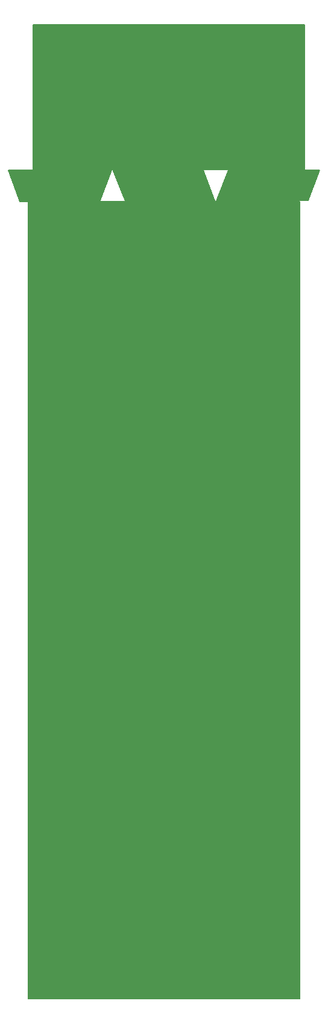
<source format=gbr>
%TF.GenerationSoftware,KiCad,Pcbnew,7.0.2-0*%
%TF.CreationDate,2023-06-28T16:36:39-04:00*%
%TF.ProjectId,Escanaba Euclidean Panel,45736361-6e61-4626-9120-4575636c6964,rev?*%
%TF.SameCoordinates,Original*%
%TF.FileFunction,Copper,L2,Bot*%
%TF.FilePolarity,Positive*%
%FSLAX46Y46*%
G04 Gerber Fmt 4.6, Leading zero omitted, Abs format (unit mm)*
G04 Created by KiCad (PCBNEW 7.0.2-0) date 2023-06-28 16:36:39*
%MOMM*%
%LPD*%
G01*
G04 APERTURE LIST*
%TA.AperFunction,NonConductor*%
%ADD10C,0.200000*%
%TD*%
%TA.AperFunction,NonConductor*%
%ADD11C,0.150000*%
%TD*%
G04 APERTURE END LIST*
D10*
X79374469Y-28513269D02*
X117474469Y-28513269D01*
X117474469Y-48858669D01*
X79374469Y-48858669D01*
X79374469Y-28513269D01*
%TA.AperFunction,NonConductor*%
G36*
X79374469Y-28513269D02*
G01*
X117474469Y-28513269D01*
X117474469Y-48858669D01*
X79374469Y-48858669D01*
X79374469Y-28513269D01*
G37*
%TD.AperFunction*%
D11*
X103280867Y-48874010D02*
X104898102Y-53227733D01*
X92353439Y-53209877D01*
X90589425Y-48825676D01*
X103280867Y-48874010D01*
%TA.AperFunction,NonConductor*%
G36*
X103280867Y-48874010D02*
G01*
X104898102Y-53227733D01*
X92353439Y-53209877D01*
X90589425Y-48825676D01*
X103280867Y-48874010D01*
G37*
%TD.AperFunction*%
D10*
X78724649Y-53309594D02*
X116824649Y-53309594D01*
X116824649Y-165194373D01*
X78724649Y-165194373D01*
X78724649Y-53309594D01*
%TA.AperFunction,NonConductor*%
G36*
X78724649Y-53309594D02*
G01*
X116824649Y-53309594D01*
X116824649Y-165194373D01*
X78724649Y-165194373D01*
X78724649Y-53309594D01*
G37*
%TD.AperFunction*%
D11*
X90357548Y-48942678D02*
X88751603Y-53172972D01*
X77509987Y-53310065D01*
X75904042Y-48903508D01*
X90357548Y-48942678D01*
%TA.AperFunction,NonConductor*%
G36*
X90357548Y-48942678D02*
G01*
X88751603Y-53172972D01*
X77509987Y-53310065D01*
X75904042Y-48903508D01*
X90357548Y-48942678D01*
G37*
%TD.AperFunction*%
X117999727Y-53134297D02*
X105098143Y-53222098D01*
X106828474Y-48918025D01*
X119605672Y-48904003D01*
X117999727Y-53134297D01*
%TA.AperFunction,NonConductor*%
G36*
X117999727Y-53134297D02*
G01*
X105098143Y-53222098D01*
X106828474Y-48918025D01*
X119605672Y-48904003D01*
X117999727Y-53134297D01*
G37*
%TD.AperFunction*%
M02*

</source>
